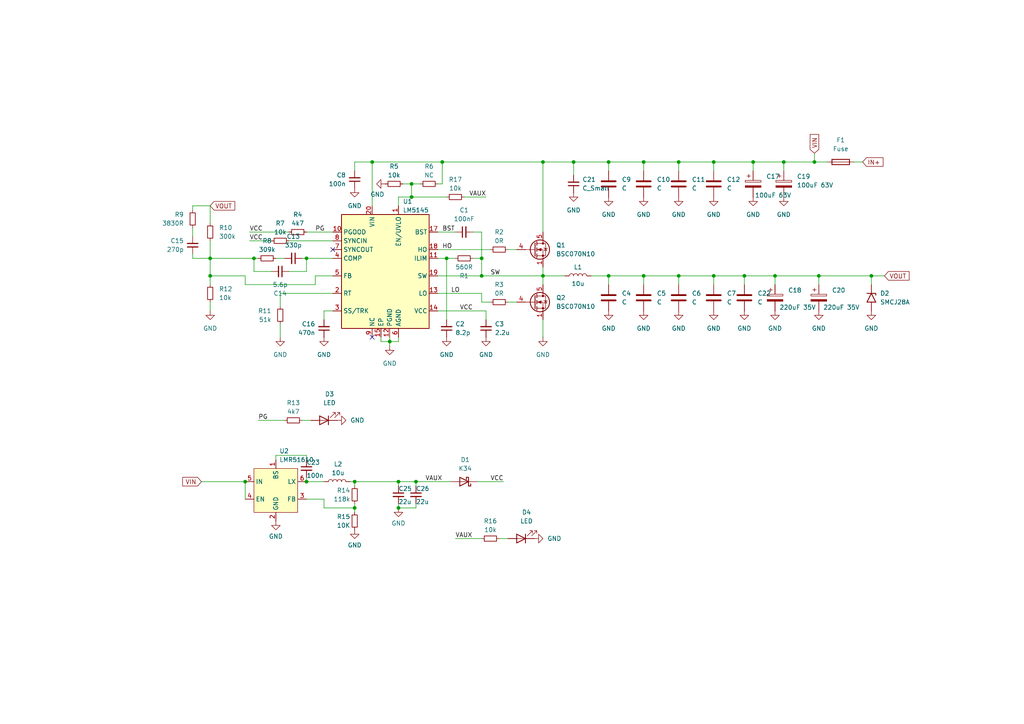
<source format=kicad_sch>
(kicad_sch (version 20231120) (generator "eeschema") (generator_version "8.0")
  (paper "A4")
  (lib_symbols
    (symbol "0_RM2024:RY8411"
      (property "Reference" "U" (at 0 1.27 0))
      (property "Value" "RY8411" (at 0 -1.27 0))
      (symbol "RY8411_0_1"
        (rectangle (start -6.35 6.35) (end 6.35 -6.35) (fill (type background)))
      )
      (symbol "RY8411_1_1"
        (pin input line (at 0 8.89 270) (length 2.54) (name "BS") (number "1"))
        (pin input line (at 0 -8.89 90) (length 2.54) (name "GND") (number "2"))
        (pin input line (at 8.89 -2.54 180) (length 2.54) (name "FB") (number "3"))
        (pin input line (at -8.89 -2.54 0) (length 2.54) (name "EN") (number "4"))
        (pin input line (at -8.89 2.54 0) (length 2.54) (name "IN") (number "5"))
        (pin input line (at 8.89 2.54 180) (length 2.54) (name "LX") (number "6"))
      )
    )
    (symbol "Device:C" (pin_numbers hide) (pin_names (offset 0.254))
      (property "Reference" "C" (at 0.635 2.54 0))
      (property "Value" "C" (at 0.635 -2.54 0))
      (symbol "C_0_1"
        (polyline (pts (xy -2.032 -0.762) (xy 2.032 -0.762)) (stroke (width 0.508)))
        (polyline (pts (xy -2.032 0.762) (xy 2.032 0.762)) (stroke (width 0.508)))
      )
      (symbol "C_1_1"
        (pin passive line (at 0 3.81 270) (length 2.794) (name "~") (number "1"))
        (pin passive line (at 0 -3.81 90) (length 2.794) (name "~") (number "2"))
      )
    )
    (symbol "Device:C_Polarized" (pin_numbers hide) (pin_names (offset 0.254))
      (property "Reference" "C" (at 0.635 2.54 0))
      (property "Value" "C_Polarized" (at 0.635 -2.54 0))
      (symbol "C_Polarized_0_1"
        (rectangle (start -2.286 0.508) (end 2.286 1.016))
        (polyline (pts (xy -1.778 2.286) (xy -0.762 2.286)))
        (polyline (pts (xy -1.27 2.794) (xy -1.27 1.778)))
        (rectangle (start 2.286 -0.508) (end -2.286 -1.016) (fill (type outline)))
      )
      (symbol "C_Polarized_1_1"
        (pin passive line (at 0 3.81 270) (length 2.794) (name "~") (number "1"))
        (pin passive line (at 0 -3.81 90) (length 2.794) (name "~") (number "2"))
      )
    )
    (symbol "Device:C_Small" (pin_numbers hide) (pin_names (offset 0.254) hide)
      (property "Reference" "C" (at 0.254 1.778 0))
      (property "Value" "C_Small" (at 0.254 -2.032 0))
      (symbol "C_Small_0_1"
        (polyline (pts (xy -1.524 -0.508) (xy 1.524 -0.508)) (stroke (width 0.3302)))
        (polyline (pts (xy -1.524 0.508) (xy 1.524 0.508)) (stroke (width 0.3048)))
      )
      (symbol "C_Small_1_1"
        (pin passive line (at 0 2.54 270) (length 2.032) (name "~") (number "1"))
        (pin passive line (at 0 -2.54 90) (length 2.032) (name "~") (number "2"))
      )
    )
    (symbol "Device:D_Schottky" (pin_numbers hide) (pin_names (offset 1.016) hide)
      (property "Reference" "D" (at 0 2.54 0))
      (property "Value" "D_Schottky" (at 0 -2.54 0))
      (symbol "D_Schottky_0_1"
        (polyline (pts (xy 1.27 0) (xy -1.27 0)))
        (polyline (pts (xy 1.27 1.27) (xy 1.27 -1.27) (xy -1.27 0) (xy 1.27 1.27)) (stroke (width 0.254)))
        (polyline (pts (xy -1.905 0.635) (xy -1.905 1.27) (xy -1.27 1.27) (xy -1.27 -1.27) (xy -0.635 -1.27) (xy -0.635 -0.635)) (stroke (width 0.254)))
      )
      (symbol "D_Schottky_1_1"
        (pin passive line (at -3.81 0 0) (length 2.54) (name "K") (number "1"))
        (pin passive line (at 3.81 0 180) (length 2.54) (name "A") (number "2"))
      )
    )
    (symbol "Device:Fuse" (pin_numbers hide) (pin_names (offset 0))
      (property "Reference" "F" (at 2.032 0 90))
      (property "Value" "Fuse" (at -1.905 0 90))
      (symbol "Fuse_0_1"
        (rectangle (start -0.762 -2.54) (end 0.762 2.54) (stroke (width 0.254)))
        (polyline (pts (xy 0 2.54) (xy 0 -2.54)))
      )
      (symbol "Fuse_1_1"
        (pin passive line (at 0 3.81 270) (length 1.27) (name "~") (number "1"))
        (pin passive line (at 0 -3.81 90) (length 1.27) (name "~") (number "2"))
      )
    )
    (symbol "Device:L" (pin_numbers hide) (pin_names (offset 1.016) hide)
      (property "Reference" "L" (at -1.27 0 90))
      (property "Value" "L" (at 1.905 0 90))
      (symbol "L_0_1"
        (arc (start 0 -2.54) (mid 0.6323 -1.905) (end 0 -1.27))
        (arc (start 0 -1.27) (mid 0.6323 -0.635) (end 0 0))
        (arc (start 0 0) (mid 0.6323 0.635) (end 0 1.27))
        (arc (start 0 1.27) (mid 0.6323 1.905) (end 0 2.54))
      )
      (symbol "L_1_1"
        (pin passive line (at 0 3.81 270) (length 1.27) (name "1") (number "1"))
        (pin passive line (at 0 -3.81 90) (length 1.27) (name "2") (number "2"))
      )
    )
    (symbol "Device:LED" (pin_numbers hide) (pin_names (offset 1.016) hide)
      (property "Reference" "D" (at 0 2.54 0))
      (property "Value" "LED" (at 0 -2.54 0))
      (symbol "LED_0_1"
        (polyline (pts (xy -1.27 -1.27) (xy -1.27 1.27)) (stroke (width 0.254)))
        (polyline (pts (xy -1.27 0) (xy 1.27 0)))
        (polyline (pts (xy 1.27 -1.27) (xy 1.27 1.27) (xy -1.27 0) (xy 1.27 -1.27)) (stroke (width 0.254)))
        (polyline (pts (xy -3.048 -0.762) (xy -4.572 -2.286) (xy -3.81 -2.286) (xy -4.572 -2.286) (xy -4.572 -1.524)))
        (polyline (pts (xy -1.778 -0.762) (xy -3.302 -2.286) (xy -2.54 -2.286) (xy -3.302 -2.286) (xy -3.302 -1.524)))
      )
      (symbol "LED_1_1"
        (pin passive line (at -3.81 0 0) (length 2.54) (name "K") (number "1"))
        (pin passive line (at 3.81 0 180) (length 2.54) (name "A") (number "2"))
      )
    )
    (symbol "Device:R_Small" (pin_numbers hide) (pin_names (offset 0.254) hide)
      (property "Reference" "R" (at 0.762 0.508 0))
      (property "Value" "R_Small" (at 0.762 -1.016 0))
      (symbol "R_Small_0_1"
        (rectangle (start -0.762 1.778) (end 0.762 -1.778) (stroke (width 0.2032)))
      )
      (symbol "R_Small_1_1"
        (pin passive line (at 0 2.54 270) (length 0.762) (name "~") (number "1"))
        (pin passive line (at 0 -2.54 90) (length 0.762) (name "~") (number "2"))
      )
    )
    (symbol "Diode:1.5SMCxxA" (pin_numbers hide) (pin_names (offset 1.016) hide)
      (property "Reference" "D" (at 0 2.54 0))
      (property "Value" "1.5SMCxxA" (at 0 -2.54 0))
      (symbol "1.5SMCxxA_0_1"
        (polyline (pts (xy -0.762 1.27) (xy -1.27 1.27) (xy -1.27 -1.27)) (stroke (width 0.254)))
        (polyline (pts (xy 1.27 1.27) (xy 1.27 -1.27) (xy -1.27 0) (xy 1.27 1.27)) (stroke (width 0.254)))
      )
      (symbol "1.5SMCxxA_1_1"
        (pin passive line (at -3.81 0 0) (length 2.54) (name "A1") (number "1"))
        (pin passive line (at 3.81 0 180) (length 2.54) (name "A2") (number "2"))
      )
    )
    (symbol "RM25:LM5145"
      (property "Reference" "U" (at 11.43 22.86 0))
      (property "Value" "LM5145" (at 13.97 -20.32 0))
      (symbol "LM5145_0_0"
        (pin unspecified line (at 3.81 19.05 270) (length 2.54) (name "EN/UVLO") (number "1"))
        (pin unspecified line (at -15.24 11.43 0) (length 2.54) (name "PGOOD") (number "10"))
        (pin unspecified line (at 15.24 3.81 180) (length 2.54) (name "ILIM") (number "11"))
        (pin unspecified line (at 1.27 -19.05 90) (length 2.54) (name "PGND") (number "12"))
        (pin unspecified line (at 15.24 -6.35 180) (length 2.54) (name "LO") (number "13"))
        (pin unspecified line (at 15.24 -11.43 180) (length 2.54) (name "VCC") (number "14"))
        (pin unspecified line (at -1.27 -19.05 90) (length 2.54) (name "EP") (number "15"))
        (pin unspecified line (at 15.24 11.43 180) (length 2.54) (name "BST") (number "17"))
        (pin unspecified line (at 15.24 6.35 180) (length 2.54) (name "HO") (number "18"))
        (pin unspecified line (at 15.24 -1.27 180) (length 2.54) (name "SW") (number "19"))
        (pin unspecified line (at -15.24 -6.35 0) (length 2.54) (name "RT") (number "2"))
        (pin unspecified line (at -3.81 19.05 270) (length 2.54) (name "VIN") (number "20"))
        (pin unspecified line (at -15.24 -11.43 0) (length 2.54) (name "SS/TRK") (number "3"))
        (pin unspecified line (at -15.24 3.81 0) (length 2.54) (name "COMP") (number "4"))
        (pin unspecified line (at -15.24 -1.27 0) (length 2.54) (name "FB") (number "5"))
        (pin unspecified line (at 3.81 -19.05 90) (length 2.54) (name "AGND") (number "6"))
        (pin unspecified line (at -15.24 6.35 0) (length 2.54) (name "SYNCOUT") (number "7"))
        (pin unspecified line (at -15.24 8.89 0) (length 2.54) (name "SYNCIN") (number "8"))
        (pin unspecified line (at -3.81 -19.05 90) (length 2.54) (name "NC") (number "9"))
      )
      (symbol "LM5145_1_0"
        (pin unspecified line (at -3.81 -19.05 90) (length 2.54) hide (name "NC") (number "16"))
        (pin unspecified line (at -1.27 -19.05 90) (length 2.54) hide (name "EP") (number "21"))
      )
      (symbol "LM5145_1_1"
        (rectangle (start -12.7 16.51) (end 12.7 -16.51) (stroke (width 0.25)) (fill (type background)))
      )
    )
    (symbol "Transistor_FET:BSC070N10NS3G" (pin_names hide)
      (property "Reference" "Q" (at 5.08 1.905 0))
      (property "Value" "BSC070N10NS3G" (at 5.08 0 0))
      (symbol "BSC070N10NS3G_0_1"
        (polyline (pts (xy 0.254 0) (xy -2.54 0)))
        (polyline (pts (xy 0.254 1.905) (xy 0.254 -1.905)) (stroke (width 0.254)))
        (polyline (pts (xy 0.762 -1.27) (xy 0.762 -2.286)) (stroke (width 0.254)))
        (polyline (pts (xy 0.762 0.508) (xy 0.762 -0.508)) (stroke (width 0.254)))
        (polyline (pts (xy 0.762 2.286) (xy 0.762 1.27)) (stroke (width 0.254)))
        (polyline (pts (xy 2.54 2.54) (xy 2.54 1.778)))
        (polyline (pts (xy 2.54 -2.54) (xy 2.54 0) (xy 0.762 0)))
        (polyline (pts (xy 0.762 -1.778) (xy 3.302 -1.778) (xy 3.302 1.778) (xy 0.762 1.778)))
        (polyline (pts (xy 1.016 0) (xy 2.032 0.381) (xy 2.032 -0.381) (xy 1.016 0)) (fill (type outline)))
        (polyline (pts (xy 2.794 0.508) (xy 2.921 0.381) (xy 3.683 0.381) (xy 3.81 0.254)))
        (polyline (pts (xy 3.302 0.381) (xy 2.921 -0.254) (xy 3.683 -0.254) (xy 3.302 0.381)))
        (circle (center 1.651 0) (radius 2.794) (stroke (width 0.254)))
        (circle (center 2.54 -1.778) (radius 0.254) (fill (type outline)))
        (circle (center 2.54 1.778) (radius 0.254) (fill (type outline)))
      )
      (symbol "BSC070N10NS3G_1_1"
        (pin passive line (at 2.54 -5.08 90) (length 2.54) (name "S") (number "1"))
        (pin passive line (at 2.54 -5.08 90) (length 2.54) hide (name "S") (number "2"))
        (pin passive line (at 2.54 -5.08 90) (length 2.54) hide (name "S") (number "3"))
        (pin passive line (at -5.08 0 0) (length 2.54) (name "G") (number "4"))
        (pin passive line (at 2.54 5.08 270) (length 2.54) (name "D") (number "5"))
      )
    )
    (symbol "power:GND" (power) (pin_numbers hide) (pin_names (offset 0) hide)
      (property "Value" "GND" (at 0 -3.81 0))
      (symbol "GND_0_1"
        (polyline (pts (xy 0 0) (xy 0 -1.27) (xy 1.27 -1.27) (xy 0 -2.54) (xy -1.27 -1.27) (xy 0 -1.27)))
      )
      (symbol "GND_1_1"
        (pin power_in line (at 0 0 270) (length 0) (name "~") (number "1"))
      )
    )
  )
  (junction (at 176.53 46.99))
  (junction (at 196.85 46.99))
  (junction (at 157.48 80.01))
  (junction (at 252.73 80.01))
  (junction (at 115.57 147.32))
  (junction (at 186.69 46.99))
  (junction (at 236.22 46.99))
  (junction (at 113.03 99.06))
  (junction (at 139.7 80.01))
  (junction (at 227.33 46.99))
  (junction (at 237.49 80.01))
  (junction (at 218.44 46.99))
  (junction (at 71.12 139.7))
  (junction (at 102.87 147.32))
  (junction (at 215.9 80.01))
  (junction (at 176.53 80.01))
  (junction (at 102.87 139.7))
  (junction (at 115.57 139.7))
  (junction (at 73.66 74.93))
  (junction (at 128.27 46.99))
  (junction (at 139.7 74.93))
  (junction (at 107.95 46.99))
  (junction (at 157.48 46.99))
  (junction (at 207.01 46.99))
  (junction (at 119.38 57.15))
  (junction (at 120.65 139.7))
  (junction (at 119.38 53.34))
  (junction (at 129.54 74.93))
  (junction (at 166.37 46.99))
  (junction (at 88.9 74.93))
  (junction (at 186.69 80.01))
  (junction (at 207.01 80.01))
  (junction (at 196.85 80.01))
  (junction (at 88.9 139.7))
  (junction (at 60.96 74.93))
  (junction (at 60.96 80.01))
  (junction (at 224.79 80.01))
  (no_connect (at 96.52 72.39))
  (no_connect (at 107.95 97.79))
  (wire (pts (xy 140.97 57.15) (xy 134.62 57.15)))
  (wire (pts (xy 120.65 146.05) (xy 120.65 147.32)))
  (wire (pts (xy 157.48 67.31) (xy 157.48 46.99)))
  (wire (pts (xy 196.85 46.99) (xy 196.85 49.53)))
  (wire (pts (xy 207.01 80.01) (xy 207.01 82.55)))
  (wire (pts (xy 115.57 57.15) (xy 119.38 57.15)))
  (wire (pts (xy 110.49 97.79) (xy 110.49 99.06)))
  (wire (pts (xy 113.03 99.06) (xy 113.03 97.79)))
  (wire (pts (xy 81.28 93.98) (xy 81.28 97.79)))
  (wire (pts (xy 157.48 92.71) (xy 157.48 97.79)))
  (wire (pts (xy 78.74 78.74) (xy 73.66 78.74)))
  (wire (pts (xy 93.98 92.71) (xy 93.98 90.17)))
  (wire (pts (xy 55.88 74.93) (xy 60.96 74.93)))
  (wire (pts (xy 127 53.34) (xy 128.27 53.34)))
  (wire (pts (xy 115.57 97.79) (xy 115.57 99.06)))
  (wire (pts (xy 88.9 78.74) (xy 88.9 74.93)))
  (wire (pts (xy 139.7 80.01) (xy 157.48 80.01)))
  (wire (pts (xy 88.9 144.78) (xy 93.98 144.78)))
  (wire (pts (xy 71.12 80.01) (xy 60.96 80.01)))
  (wire (pts (xy 87.63 121.92) (xy 90.17 121.92)))
  (wire (pts (xy 127 80.01) (xy 139.7 80.01)))
  (wire (pts (xy 157.48 80.01) (xy 163.83 80.01)))
  (wire (pts (xy 102.87 139.7) (xy 115.57 139.7)))
  (wire (pts (xy 88.9 139.7) (xy 93.98 139.7)))
  (wire (pts (xy 144.78 156.21) (xy 147.32 156.21)))
  (wire (pts (xy 72.39 69.85) (xy 78.74 69.85)))
  (wire (pts (xy 207.01 46.99) (xy 218.44 46.99)))
  (wire (pts (xy 176.53 80.01) (xy 186.69 80.01)))
  (wire (pts (xy 224.79 80.01) (xy 224.79 82.55)))
  (wire (pts (xy 140.97 90.17) (xy 140.97 92.71)))
  (wire (pts (xy 81.28 85.09) (xy 81.28 88.9)))
  (wire (pts (xy 236.22 46.99) (xy 240.03 46.99)))
  (wire (pts (xy 55.88 59.69) (xy 60.96 59.69)))
  (wire (pts (xy 157.48 77.47) (xy 157.48 80.01)))
  (wire (pts (xy 113.03 99.06) (xy 115.57 99.06)))
  (wire (pts (xy 127 74.93) (xy 129.54 74.93)))
  (wire (pts (xy 127 72.39) (xy 142.24 72.39)))
  (wire (pts (xy 93.98 144.78) (xy 93.98 147.32)))
  (wire (pts (xy 55.88 73.66) (xy 55.88 74.93)))
  (wire (pts (xy 128.27 53.34) (xy 128.27 46.99)))
  (wire (pts (xy 196.85 80.01) (xy 196.85 82.55)))
  (wire (pts (xy 119.38 53.34) (xy 121.92 53.34)))
  (wire (pts (xy 186.69 46.99) (xy 186.69 49.53)))
  (wire (pts (xy 80.01 133.35) (xy 80.01 132.08)))
  (wire (pts (xy 236.22 44.45) (xy 236.22 46.99)))
  (wire (pts (xy 71.12 82.55) (xy 91.44 82.55)))
  (wire (pts (xy 113.03 100.33) (xy 113.03 99.06)))
  (wire (pts (xy 88.9 74.93) (xy 96.52 74.93)))
  (wire (pts (xy 176.53 46.99) (xy 176.53 49.53)))
  (wire (pts (xy 247.65 46.99) (xy 250.19 46.99)))
  (wire (pts (xy 60.96 80.01) (xy 60.96 82.55)))
  (wire (pts (xy 218.44 46.99) (xy 218.44 49.53)))
  (wire (pts (xy 71.12 139.7) (xy 71.12 144.78)))
  (wire (pts (xy 119.38 57.15) (xy 119.38 53.34)))
  (wire (pts (xy 83.82 69.85) (xy 96.52 69.85)))
  (wire (pts (xy 138.43 139.7) (xy 146.05 139.7)))
  (wire (pts (xy 147.32 72.39) (xy 149.86 72.39)))
  (wire (pts (xy 55.88 60.96) (xy 55.88 59.69)))
  (wire (pts (xy 119.38 57.15) (xy 129.54 57.15)))
  (wire (pts (xy 129.54 74.93) (xy 129.54 92.71)))
  (wire (pts (xy 132.08 156.21) (xy 139.7 156.21)))
  (wire (pts (xy 93.98 90.17) (xy 96.52 90.17)))
  (wire (pts (xy 93.98 147.32) (xy 102.87 147.32)))
  (wire (pts (xy 139.7 67.31) (xy 139.7 74.93)))
  (wire (pts (xy 166.37 46.99) (xy 176.53 46.99)))
  (wire (pts (xy 120.65 140.97) (xy 120.65 139.7)))
  (wire (pts (xy 115.57 146.05) (xy 115.57 147.32)))
  (wire (pts (xy 102.87 140.97) (xy 102.87 139.7)))
  (wire (pts (xy 139.7 74.93) (xy 139.7 80.01)))
  (wire (pts (xy 60.96 74.93) (xy 60.96 80.01)))
  (wire (pts (xy 127 85.09) (xy 139.7 85.09)))
  (wire (pts (xy 73.66 74.93) (xy 74.93 74.93)))
  (wire (pts (xy 176.53 80.01) (xy 176.53 82.55)))
  (wire (pts (xy 110.49 99.06) (xy 113.03 99.06)))
  (wire (pts (xy 107.95 46.99) (xy 128.27 46.99)))
  (wire (pts (xy 224.79 80.01) (xy 237.49 80.01)))
  (wire (pts (xy 186.69 80.01) (xy 186.69 82.55)))
  (wire (pts (xy 102.87 148.59) (xy 102.87 147.32)))
  (wire (pts (xy 157.48 46.99) (xy 166.37 46.99)))
  (wire (pts (xy 196.85 46.99) (xy 207.01 46.99)))
  (wire (pts (xy 252.73 80.01) (xy 256.54 80.01)))
  (wire (pts (xy 252.73 80.01) (xy 252.73 82.55)))
  (wire (pts (xy 207.01 46.99) (xy 207.01 49.53)))
  (wire (pts (xy 218.44 46.99) (xy 227.33 46.99)))
  (wire (pts (xy 137.16 74.93) (xy 139.7 74.93)))
  (wire (pts (xy 71.12 82.55) (xy 71.12 80.01)))
  (wire (pts (xy 176.53 46.99) (xy 186.69 46.99)))
  (wire (pts (xy 91.44 80.01) (xy 91.44 82.55)))
  (wire (pts (xy 102.87 46.99) (xy 102.87 49.53)))
  (wire (pts (xy 60.96 87.63) (xy 60.96 90.17)))
  (wire (pts (xy 227.33 46.99) (xy 236.22 46.99)))
  (wire (pts (xy 60.96 69.85) (xy 60.96 74.93)))
  (wire (pts (xy 83.82 78.74) (xy 88.9 78.74)))
  (wire (pts (xy 80.01 132.08) (xy 88.9 132.08)))
  (wire (pts (xy 207.01 80.01) (xy 215.9 80.01)))
  (wire (pts (xy 157.48 80.01) (xy 157.48 82.55)))
  (wire (pts (xy 215.9 80.01) (xy 224.79 80.01)))
  (wire (pts (xy 186.69 80.01) (xy 196.85 80.01)))
  (wire (pts (xy 88.9 138.43) (xy 88.9 139.7)))
  (wire (pts (xy 102.87 147.32) (xy 102.87 146.05)))
  (wire (pts (xy 128.27 46.99) (xy 157.48 46.99)))
  (wire (pts (xy 73.66 78.74) (xy 73.66 74.93)))
  (wire (pts (xy 115.57 147.32) (xy 120.65 147.32)))
  (wire (pts (xy 96.52 85.09) (xy 81.28 85.09)))
  (wire (pts (xy 139.7 85.09) (xy 139.7 87.63)))
  (wire (pts (xy 88.9 67.31) (xy 96.52 67.31)))
  (wire (pts (xy 227.33 46.99) (xy 227.33 49.53)))
  (wire (pts (xy 58.42 139.7) (xy 71.12 139.7)))
  (wire (pts (xy 147.32 87.63) (xy 149.86 87.63)))
  (wire (pts (xy 127 90.17) (xy 140.97 90.17)))
  (wire (pts (xy 96.52 80.01) (xy 91.44 80.01)))
  (wire (pts (xy 60.96 59.69) (xy 60.96 64.77)))
  (wire (pts (xy 115.57 57.15) (xy 115.57 59.69)))
  (wire (pts (xy 80.01 74.93) (xy 82.55 74.93)))
  (wire (pts (xy 215.9 80.01) (xy 215.9 82.55)))
  (wire (pts (xy 120.65 139.7) (xy 130.81 139.7)))
  (wire (pts (xy 87.63 74.93) (xy 88.9 74.93)))
  (wire (pts (xy 60.96 74.93) (xy 73.66 74.93)))
  (wire (pts (xy 115.57 139.7) (xy 120.65 139.7)))
  (wire (pts (xy 116.84 53.34) (xy 119.38 53.34)))
  (wire (pts (xy 102.87 46.99) (xy 107.95 46.99)))
  (wire (pts (xy 166.37 46.99) (xy 166.37 50.8)))
  (wire (pts (xy 72.39 67.31) (xy 83.82 67.31)))
  (wire (pts (xy 55.88 66.04) (xy 55.88 68.58)))
  (wire (pts (xy 137.16 67.31) (xy 139.7 67.31)))
  (wire (pts (xy 88.9 132.08) (xy 88.9 133.35)))
  (wire (pts (xy 115.57 140.97) (xy 115.57 139.7)))
  (wire (pts (xy 237.49 80.01) (xy 252.73 80.01)))
  (wire (pts (xy 171.45 80.01) (xy 176.53 80.01)))
  (wire (pts (xy 186.69 46.99) (xy 196.85 46.99)))
  (wire (pts (xy 74.93 121.92) (xy 82.55 121.92)))
  (wire (pts (xy 196.85 80.01) (xy 207.01 80.01)))
  (wire (pts (xy 139.7 87.63) (xy 142.24 87.63)))
  (wire (pts (xy 107.95 46.99) (xy 107.95 59.69)))
  (wire (pts (xy 129.54 74.93) (xy 132.08 74.93)))
  (wire (pts (xy 127 67.31) (xy 132.08 67.31)))
  (wire (pts (xy 101.6 139.7) (xy 102.87 139.7)))
  (wire (pts (xy 237.49 80.01) (xy 237.49 82.55)))
  (label "VCC" (at 72.39 67.31 0))
  (label "VCC" (at 137.16 90.17 180))
  (label "VCC" (at 146.05 139.7 180))
  (label "PG" (at 74.93 121.92 0))
  (label "VCC" (at 72.39 69.85 0))
  (label "SW" (at 142.24 80.01 0))
  (label "HO" (at 128.27 72.39 0))
  (label "VAUX" (at 132.08 156.21 0))
  (label "PG" (at 91.44 67.31 0))
  (label "VAUX" (at 128.27 139.7 180))
  (label "VAUX" (at 140.97 57.15 180))
  (label "BST" (at 128.27 67.31 0))
  (label "LO" (at 130.81 85.09 0))
  (global_label "VIN" (shape input) (at 236.22 44.45 90) (property "Intersheetrefs" "${INTERSHEET_REFS}" (effects (hide yes))))
  (global_label "VOUT" (shape input) (at 60.96 59.69 0) (property "Intersheetrefs" "${INTERSHEET_REFS}" (effects (hide yes))))
  (global_label "VOUT" (shape input) (at 256.54 80.01 0) (property "Intersheetrefs" "${INTERSHEET_REFS}" (effects (hide yes))))
  (global_label "IN+" (shape input) (at 250.19 46.99 0) (property "Intersheetrefs" "${INTERSHEET_REFS}" (effects (hide yes))))
  (global_label "VIN" (shape input) (at 58.42 139.7 180) (property "Intersheetrefs" "${INTERSHEET_REFS}" (effects (hide yes))))
  (symbol (lib_id "Device:C_Small") (at 129.54 95.25 180) (unit 1)
    (property "Reference" "C2" (at 132.08 93.9735 0) (effects (justify right)))
    (property "Value" "8.2p" (at 132.08 96.5135 0) (effects (justify right)))
    (property "Footprint" "Capacitor_SMD:C_0603_1608Metric" (effects (hide yes)))
    (property "Description" "Unpolarized capacitor, small symbol" (effects (hide yes)))
  )
  (symbol (lib_id "power:GND") (at 252.73 90.17 0) (unit 1)
    (property "Reference" "#PWR022" (effects (hide yes)))
    (property "Value" "GND" (at 252.73 95.25 0))
    (property "Description" "Power symbol creates a global label with name \"GND\" , ground" (effects (hide yes)))
  )
  (symbol (lib_id "power:GND") (at 80.01 151.13 0) (unit 1)
    (property "Reference" "#PWR027" (effects (hide yes)))
    (property "Value" "GND" (at 80.01 155.575 0))
  )
  (symbol (lib_id "Device:R_Small") (at 124.46 53.34 90) (unit 1)
    (property "Reference" "R6" (at 124.46 48.26 90))
    (property "Value" "NC" (at 124.46 50.8 90))
    (property "Footprint" "Resistor_SMD:R_0603_1608Metric" (effects (hide yes)))
    (property "Description" "Resistor, small symbol" (effects (hide yes)))
  )
  (symbol (lib_id "power:GND") (at 111.76 53.34 270) (unit 1)
    (property "Reference" "#PWR09" (effects (hide yes)))
    (property "Value" "GND" (at 111.506 56.388 90) (effects (justify right)))
    (property "Description" "Power symbol creates a global label with name \"GND\" , ground" (effects (hide yes)))
  )
  (symbol (lib_id "Device:R_Small") (at 144.78 87.63 90) (unit 1)
    (property "Reference" "R3" (at 144.78 82.55 90))
    (property "Value" "0R" (at 144.78 85.09 90))
    (property "Footprint" "Resistor_SMD:R_0603_1608Metric" (effects (hide yes)))
    (property "Description" "Resistor, small symbol" (effects (hide yes)))
  )
  (symbol (lib_id "Device:R_Small") (at 86.36 67.31 90) (unit 1)
    (property "Reference" "R4" (at 86.36 62.23 90))
    (property "Value" "4k7" (at 86.36 64.77 90))
    (property "Footprint" "Resistor_SMD:R_0603_1608Metric" (effects (hide yes)))
    (property "Description" "Resistor, small symbol" (effects (hide yes)))
  )
  (symbol (lib_id "Device:LED") (at 93.98 121.92 180) (unit 1)
    (property "Reference" "D3" (at 95.5675 114.3 0))
    (property "Value" "LED" (at 95.5675 116.84 0))
    (property "Footprint" "LED_SMD:LED_0603_1608Metric" (effects (hide yes)))
    (property "Description" "Light emitting diode" (effects (hide yes)))
  )
  (symbol (lib_id "Device:C_Small") (at 93.98 95.25 0) (mirror x) (unit 1)
    (property "Reference" "C16" (at 91.44 93.9735 0) (effects (justify right)))
    (property "Value" "470n" (at 91.44 96.5135 0) (effects (justify right)))
    (property "Footprint" "Capacitor_SMD:C_0603_1608Metric" (effects (hide yes)))
    (property "Description" "Unpolarized capacitor, small symbol" (effects (hide yes)))
  )
  (symbol (lib_id "0_RM2024:RY8411") (at 80.01 142.24 0) (unit 1)
    (property "Reference" "U2" (at 81.026 130.81 0) (effects (justify left)))
    (property "Value" "LMR51610" (at 81.026 133.35 0) (effects (justify left)))
    (property "Footprint" "Package_TO_SOT_SMD:SOT-23-6" (effects (hide yes)))
    (property "Datasheet" "https://datasheet.lcsc.com/lcsc/2201121700_RYCHIP-Semiconductor-Inc--RY8411_C2935411.pdf" (effects (hide yes)))
  )
  (symbol (lib_id "Device:R_Small") (at 81.28 91.44 0) (unit 1)
    (property "Reference" "R11" (at 78.74 90.1699 0) (effects (justify right)))
    (property "Value" "51k" (at 78.74 92.7099 0) (effects (justify right)))
    (property "Footprint" "Resistor_SMD:R_0603_1608Metric" (effects (hide yes)))
    (property "Description" "Resistor, small symbol" (effects (hide yes)))
  )
  (symbol (lib_id "power:GND") (at 186.69 90.17 0) (unit 1)
    (property "Reference" "#PWR05" (effects (hide yes)))
    (property "Value" "GND" (at 186.69 95.25 0))
    (property "Description" "Power symbol creates a global label with name \"GND\" , ground" (effects (hide yes)))
  )
  (symbol (lib_id "Device:Fuse") (at 243.84 46.99 90) (unit 1)
    (property "Reference" "F1" (at 243.84 40.64 90))
    (property "Value" "Fuse" (at 243.84 43.18 90))
    (property "Footprint" "Fuse:Fuse_Littelfuse-NANO2-451_453" (effects (hide yes)))
    (property "Description" "Fuse" (effects (hide yes)))
  )
  (symbol (lib_id "power:GND") (at 113.03 100.33 0) (unit 1)
    (property "Reference" "#PWR015" (effects (hide yes)))
    (property "Value" "GND" (at 113.03 105.41 0))
    (property "Description" "Power symbol creates a global label with name \"GND\" , ground" (effects (hide yes)))
  )
  (symbol (lib_id "Device:C_Small") (at 134.62 67.31 90) (unit 1)
    (property "Reference" "C1" (at 134.6263 60.96 90))
    (property "Value" "100nF" (at 134.6263 63.5 90))
    (property "Footprint" "Capacitor_SMD:C_0603_1608Metric" (effects (hide yes)))
    (property "Description" "Unpolarized capacitor, small symbol" (effects (hide yes)))
  )
  (symbol (lib_id "Device:C_Polarized") (at 227.33 53.34 0) (unit 1)
    (property "Reference" "C19" (at 231.14 51.1809 0) (effects (justify left)))
    (property "Value" "100uF 63V" (at 231.14 53.7209 0) (effects (justify left)))
    (property "Footprint" "Capacitor_THT:CP_Radial_D8.0mm_P3.50mm" (effects (hide yes)))
    (property "Description" "Polarized capacitor" (effects (hide yes)))
  )
  (symbol (lib_id "Device:R_Small") (at 114.3 53.34 90) (unit 1)
    (property "Reference" "R5" (at 114.3 48.26 90))
    (property "Value" "10k" (at 114.3 50.8 90))
    (property "Footprint" "Resistor_SMD:R_0603_1608Metric" (effects (hide yes)))
    (property "Description" "Resistor, small symbol" (effects (hide yes)))
  )
  (symbol (lib_id "Device:C_Small") (at 115.57 143.51 0) (unit 1)
    (property "Reference" "C25" (at 115.57 141.732 0) (effects (justify left)))
    (property "Value" "22u" (at 115.57 145.542 0) (effects (justify left)))
    (property "Footprint" "Capacitor_SMD:C_0805_2012Metric" (effects (hide yes)))
  )
  (symbol (lib_id "power:GND") (at 176.53 90.17 0) (unit 1)
    (property "Reference" "#PWR04" (effects (hide yes)))
    (property "Value" "GND" (at 176.53 95.25 0))
    (property "Description" "Power symbol creates a global label with name \"GND\" , ground" (effects (hide yes)))
  )
  (symbol (lib_id "Device:R_Small") (at 144.78 72.39 90) (unit 1)
    (property "Reference" "R2" (at 144.78 67.31 90))
    (property "Value" "0R" (at 144.78 69.85 90))
    (property "Footprint" "Resistor_SMD:R_0603_1608Metric" (effects (hide yes)))
    (property "Description" "Resistor, small symbol" (effects (hide yes)))
  )
  (symbol (lib_id "Device:R_Small") (at 81.28 69.85 90) (unit 1)
    (property "Reference" "R7" (at 81.28 64.77 90))
    (property "Value" "10k" (at 81.28 67.31 90))
    (property "Footprint" "Resistor_SMD:R_0603_1608Metric" (effects (hide yes)))
    (property "Description" "Resistor, small symbol" (effects (hide yes)))
  )
  (symbol (lib_id "Device:C_Small") (at 120.65 143.51 0) (unit 1)
    (property "Reference" "C26" (at 120.65 141.732 0) (effects (justify left)))
    (property "Value" "22u" (at 120.65 145.542 0) (effects (justify left)))
    (property "Footprint" "Capacitor_SMD:C_0805_2012Metric" (effects (hide yes)))
  )
  (symbol (lib_id "power:GND") (at 186.69 57.15 0) (unit 1)
    (property "Reference" "#PWR011" (effects (hide yes)))
    (property "Value" "GND" (at 186.69 62.23 0))
    (property "Description" "Power symbol creates a global label with name \"GND\" , ground" (effects (hide yes)))
  )
  (symbol (lib_id "power:GND") (at 207.01 57.15 0) (unit 1)
    (property "Reference" "#PWR013" (effects (hide yes)))
    (property "Value" "GND" (at 207.01 62.23 0))
    (property "Description" "Power symbol creates a global label with name \"GND\" , ground" (effects (hide yes)))
  )
  (symbol (lib_id "power:GND") (at 129.54 97.79 0) (unit 1)
    (property "Reference" "#PWR01" (effects (hide yes)))
    (property "Value" "GND" (at 129.54 102.87 0))
    (property "Description" "Power symbol creates a global label with name \"GND\" , ground" (effects (hide yes)))
  )
  (symbol (lib_id "power:GND") (at 102.87 54.61 0) (mirror y) (unit 1)
    (property "Reference" "#PWR08" (effects (hide yes)))
    (property "Value" "GND" (at 102.87 59.69 0))
    (property "Description" "Power symbol creates a global label with name \"GND\" , ground" (effects (hide yes)))
  )
  (symbol (lib_id "Device:C") (at 176.53 86.36 0) (unit 1)
    (property "Reference" "C4" (at 180.34 85.0899 0) (effects (justify left)))
    (property "Value" "C" (at 180.34 87.6299 0) (effects (justify left)))
    (property "Footprint" "Capacitor_SMD:C_1206_3216Metric" (effects (hide yes)))
    (property "Description" "Unpolarized capacitor" (effects (hide yes)))
  )
  (symbol (lib_id "Device:R_Small") (at 102.87 151.13 0) (mirror y) (unit 1)
    (property "Reference" "R15" (at 101.6 149.86 0) (effects (justify left)))
    (property "Value" "10K" (at 101.6 152.4 0) (effects (justify left)))
    (property "Footprint" "Resistor_SMD:R_0603_1608Metric" (effects (hide yes)))
  )
  (symbol (lib_id "RM25:LM5145") (at 111.76 78.74 0) (unit 1)
    (property "Reference" "U1" (at 116.84 58.42 0) (effects (justify left)))
    (property "Value" "LM5145" (at 116.84 60.96 0) (effects (justify left)))
    (property "Footprint" "Package_DFN_QFN:Texas_RGY_R-PVQFN-N20_EP2.05x3.05mm" (effects (hide yes)))
  )
  (symbol (lib_id "power:GND") (at 196.85 90.17 0) (unit 1)
    (property "Reference" "#PWR06" (effects (hide yes)))
    (property "Value" "GND" (at 196.85 95.25 0))
    (property "Description" "Power symbol creates a global label with name \"GND\" , ground" (effects (hide yes)))
  )
  (symbol (lib_id "Device:R_Small") (at 102.87 143.51 0) (mirror y) (unit 1)
    (property "Reference" "R14" (at 101.6 142.24 0) (effects (justify left)))
    (property "Value" "118k" (at 101.6 144.78 0) (effects (justify left)))
    (property "Footprint" "Resistor_SMD:R_0603_1608Metric" (effects (hide yes)))
  )
  (symbol (lib_id "Device:R_Small") (at 85.09 121.92 90) (unit 1)
    (property "Reference" "R13" (at 85.09 116.84 90))
    (property "Value" "4k7" (at 85.09 119.38 90))
    (property "Footprint" "Resistor_SMD:R_0603_1608Metric" (effects (hide yes)))
    (property "Description" "Resistor, small symbol" (effects (hide yes)))
  )
  (symbol (lib_id "Transistor_FET:BSC070N10NS3G") (at 154.94 87.63 0) (unit 1)
    (property "Reference" "Q2" (at 161.29 86.3599 0) (effects (justify left)))
    (property "Value" "BSC070N10" (at 161.29 88.8999 0) (effects (justify left)))
    (property "Footprint" "Package_TO_SOT_SMD:TDSON-8-1" (effects (hide yes)))
    (property "Datasheet" "http://www.infineon.com/dgdl/Infineon-BSC070N10NS3-DS-v02_01-en.pdf?fileId=db3a304327b89750012824712c6c6f2f" (effects (hide yes)))
    (property "Description" "90A Id, 100V Vds, OptiMOS N-Channel Power MOSFET, 7.0mOhm Ron, Qg (typ) 42.0nC, PG-TDSON-8" (effects (hide yes)))
  )
  (symbol (lib_id "power:GND") (at 93.98 97.79 0) (unit 1)
    (property "Reference" "#PWR016" (effects (hide yes)))
    (property "Value" "GND" (at 93.98 102.87 0))
    (property "Description" "Power symbol creates a global label with name \"GND\" , ground" (effects (hide yes)))
  )
  (symbol (lib_id "Device:C") (at 207.01 53.34 0) (unit 1)
    (property "Reference" "C12" (at 210.82 52.0699 0) (effects (justify left)))
    (property "Value" "C" (at 210.82 54.6099 0) (effects (justify left)))
    (property "Footprint" "Capacitor_SMD:C_1210_3225Metric" (effects (hide yes)))
    (property "Description" "Unpolarized capacitor" (effects (hide yes)))
  )
  (symbol (lib_id "power:GND") (at 97.79 121.92 90) (unit 1)
    (property "Reference" "#PWR024" (effects (hide yes)))
    (property "Value" "GND" (at 101.6 121.9199 90) (effects (justify right)))
    (property "Description" "Power symbol creates a global label with name \"GND\" , ground" (effects (hide yes)))
  )
  (symbol (lib_id "power:GND") (at 215.9 90.17 0) (unit 1)
    (property "Reference" "#PWR021" (effects (hide yes)))
    (property "Value" "GND" (at 215.9 95.25 0))
    (property "Description" "Power symbol creates a global label with name \"GND\" , ground" (effects (hide yes)))
  )
  (symbol (lib_id "Device:C_Polarized") (at 237.49 86.36 0) (unit 1)
    (property "Reference" "C20" (at 241.3 84.2009 0) (effects (justify left)))
    (property "Value" "220uF 35V" (at 238.76 89.154 0) (effects (justify left)))
    (property "Footprint" "Capacitor_THT:CP_Radial_D8.0mm_P3.50mm" (effects (hide yes)))
    (property "Description" "Polarized capacitor" (effects (hide yes)))
  )
  (symbol (lib_id "Transistor_FET:BSC070N10NS3G") (at 154.94 72.39 0) (unit 1)
    (property "Reference" "Q1" (at 161.29 71.1199 0) (effects (justify left)))
    (property "Value" "BSC070N10" (at 161.29 73.6599 0) (effects (justify left)))
    (property "Footprint" "Package_TO_SOT_SMD:TDSON-8-1" (effects (hide yes)))
    (property "Datasheet" "http://www.infineon.com/dgdl/Infineon-BSC070N10NS3-DS-v02_01-en.pdf?fileId=db3a304327b89750012824712c6c6f2f" (effects (hide yes)))
    (property "Description" "90A Id, 100V Vds, OptiMOS N-Channel Power MOSFET, 7.0mOhm Ron, Qg (typ) 42.0nC, PG-TDSON-8" (effects (hide yes)))
  )
  (symbol (lib_id "Device:C") (at 186.69 53.34 0) (unit 1)
    (property "Reference" "C10" (at 190.5 52.0699 0) (effects (justify left)))
    (property "Value" "C" (at 190.5 54.6099 0) (effects (justify left)))
    (property "Footprint" "Capacitor_SMD:C_1210_3225Metric" (effects (hide yes)))
    (property "Description" "Unpolarized capacitor" (effects (hide yes)))
  )
  (symbol (lib_id "Device:C_Polarized") (at 224.79 86.36 0) (unit 1)
    (property "Reference" "C18" (at 228.6 84.2009 0) (effects (justify left)))
    (property "Value" "220uF 35V" (at 226.06 89.154 0) (effects (justify left)))
    (property "Footprint" "Capacitor_THT:CP_Radial_D8.0mm_P3.50mm" (effects (hide yes)))
    (property "Description" "Polarized capacitor" (effects (hide yes)))
  )
  (symbol (lib_id "power:GND") (at 224.79 90.17 0) (unit 1)
    (property "Reference" "#PWR019" (effects (hide yes)))
    (property "Value" "GND" (at 224.79 95.25 0))
    (property "Description" "Power symbol creates a global label with name \"GND\" , ground" (effects (hide yes)))
  )
  (symbol (lib_id "Device:LED") (at 151.13 156.21 180) (unit 1)
    (property "Reference" "D4" (at 152.7175 148.59 0))
    (property "Value" "LED" (at 152.7175 151.13 0))
    (property "Footprint" "LED_SMD:LED_0603_1608Metric" (effects (hide yes)))
    (property "Description" "Light emitting diode" (effects (hide yes)))
  )
  (symbol (lib_id "power:GND") (at 157.48 97.79 0) (unit 1)
    (property "Reference" "#PWR03" (effects (hide yes)))
    (property "Value" "GND" (at 157.48 102.87 0))
    (property "Description" "Power symbol creates a global label with name \"GND\" , ground" (effects (hide yes)))
  )
  (symbol (lib_id "power:GND") (at 176.53 57.15 0) (unit 1)
    (property "Reference" "#PWR010" (effects (hide yes)))
    (property "Value" "GND" (at 176.53 62.23 0))
    (property "Description" "Power symbol creates a global label with name \"GND\" , ground" (effects (hide yes)))
  )
  (symbol (lib_id "Device:L") (at 97.79 139.7 90) (unit 1)
    (property "Reference" "L2" (at 98.044 134.62 90))
    (property "Value" "10u" (at 98.044 137.16 90))
    (property "Footprint" "Inductor_SMD:L_Sunlord_MWSA0402S" (effects (hide yes)))
  )
  (symbol (lib_id "power:GND") (at 81.28 97.79 0) (unit 1)
    (property "Reference" "#PWR017" (effects (hide yes)))
    (property "Value" "GND" (at 81.28 102.87 0))
    (property "Description" "Power symbol creates a global label with name \"GND\" , ground" (effects (hide yes)))
  )
  (symbol (lib_id "power:GND") (at 196.85 57.15 0) (unit 1)
    (property "Reference" "#PWR012" (effects (hide yes)))
    (property "Value" "GND" (at 196.85 62.23 0))
    (property "Description" "Power symbol creates a global label with name \"GND\" , ground" (effects (hide yes)))
  )
  (symbol (lib_id "Device:C") (at 196.85 53.34 0) (unit 1)
    (property "Reference" "C11" (at 200.66 52.0699 0) (effects (justify left)))
    (property "Value" "C" (at 200.66 54.6099 0) (effects (justify left)))
    (property "Footprint" "Capacitor_SMD:C_1210_3225Metric" (effects (hide yes)))
    (property "Description" "Unpolarized capacitor" (effects (hide yes)))
  )
  (symbol (lib_id "Device:R_Small") (at 60.96 67.31 0) (mirror y) (unit 1)
    (property "Reference" "R10" (at 63.5 66.0399 0) (effects (justify right)))
    (property "Value" "300k" (at 63.5 68.5799 0) (effects (justify right)))
    (property "Footprint" "Resistor_SMD:R_0603_1608Metric" (effects (hide yes)))
    (property "Description" "Resistor, small symbol" (effects (hide yes)))
  )
  (symbol (lib_id "power:GND") (at 60.96 90.17 0) (unit 1)
    (property "Reference" "#PWR014" (effects (hide yes)))
    (property "Value" "GND" (at 60.96 95.25 0))
    (property "Description" "Power symbol creates a global label with name \"GND\" , ground" (effects (hide yes)))
  )
  (symbol (lib_id "Device:C_Small") (at 81.28 78.74 270) (mirror x) (unit 1)
    (property "Reference" "C14" (at 81.2736 85.09 90))
    (property "Value" "5.6p" (at 81.2736 82.55 90))
    (property "Footprint" "Capacitor_SMD:C_0603_1608Metric" (effects (hide yes)))
    (property "Description" "Unpolarized capacitor, small symbol" (effects (hide yes)))
  )
  (symbol (lib_id "power:GND") (at 227.33 57.15 0) (unit 1)
    (property "Reference" "#PWR020" (effects (hide yes)))
    (property "Value" "GND" (at 227.33 62.23 0))
    (property "Description" "Power symbol creates a global label with name \"GND\" , ground" (effects (hide yes)))
  )
  (symbol (lib_id "power:GND") (at 237.49 90.17 0) (unit 1)
    (property "Reference" "#PWR023" (effects (hide yes)))
    (property "Value" "GND" (at 237.49 95.25 0))
    (property "Description" "Power symbol creates a global label with name \"GND\" , ground" (effects (hide yes)))
  )
  (symbol (lib_id "Device:R_Small") (at 55.88 63.5 0) (unit 1)
    (property "Reference" "R9" (at 53.34 62.2299 0) (effects (justify right)))
    (property "Value" "3830R" (at 53.34 64.7699 0) (effects (justify right)))
    (property "Footprint" "Resistor_SMD:R_0603_1608Metric" (effects (hide yes)))
    (property "Description" "Resistor, small symbol" (effects (hide yes)))
  )
  (symbol (lib_id "power:GND") (at 154.94 156.21 90) (unit 1)
    (property "Reference" "#PWR026" (effects (hide yes)))
    (property "Value" "GND" (at 158.75 156.2099 90) (effects (justify right)))
    (property "Description" "Power symbol creates a global label with name \"GND\" , ground" (effects (hide yes)))
  )
  (symbol (lib_id "Device:C_Small") (at 140.97 95.25 180) (unit 1)
    (property "Reference" "C3" (at 143.51 93.9735 0) (effects (justify right)))
    (property "Value" "2.2u" (at 143.51 96.5135 0) (effects (justify right)))
    (property "Footprint" "Capacitor_SMD:C_0603_1608Metric" (effects (hide yes)))
    (property "Description" "Unpolarized capacitor, small symbol" (effects (hide yes)))
  )
  (symbol (lib_id "Device:C_Small") (at 88.9 135.89 0) (unit 1)
    (property "Reference" "C23" (at 88.9 134.112 0) (effects (justify left)))
    (property "Value" "100n" (at 88.9 137.922 0) (effects (justify left)))
    (property "Footprint" "Capacitor_SMD:C_0603_1608Metric" (effects (hide yes)))
  )
  (symbol (lib_id "power:GND") (at 102.87 153.67 0) (unit 1)
    (property "Reference" "#PWR028" (effects (hide yes)))
    (property "Value" "GND" (at 102.87 158.115 0))
  )
  (symbol (lib_id "Device:R_Small") (at 77.47 74.93 90) (unit 1)
    (property "Reference" "R8" (at 77.47 69.85 90))
    (property "Value" "309k" (at 77.47 72.39 90))
    (property "Footprint" "Resistor_SMD:R_0603_1608Metric" (effects (hide yes)))
    (property "Description" "Resistor, small symbol" (effects (hide yes)))
  )
  (symbol (lib_id "Device:L") (at 167.64 80.01 90) (unit 1)
    (property "Reference" "L1" (at 167.64 77.47 90))
    (property "Value" "10u" (at 167.64 82.296 90))
    (property "Footprint" "RM25:PQ2014_10uH" (effects (hide yes)))
    (property "Description" "Inductor" (effects (hide yes)))
  )
  (symbol (lib_id "Device:C") (at 196.85 86.36 0) (unit 1)
    (property "Reference" "C6" (at 200.66 85.0899 0) (effects (justify left)))
    (property "Value" "C" (at 200.66 87.6299 0) (effects (justify left)))
    (property "Footprint" "Capacitor_SMD:C_1206_3216Metric" (effects (hide yes)))
    (property "Description" "Unpolarized capacitor" (effects (hide yes)))
  )
  (symbol (lib_id "power:GND") (at 166.37 55.88 0) (unit 1)
    (property "Reference" "#PWR025" (effects (hide yes)))
    (property "Value" "GND" (at 166.37 60.96 0))
    (property "Description" "Power symbol creates a global label with name \"GND\" , ground" (effects (hide yes)))
  )
  (symbol (lib_id "Device:R_Small") (at 132.08 57.15 90) (unit 1)
    (property "Reference" "R17" (at 132.08 52.07 90))
    (property "Value" "10k" (at 132.08 54.61 90))
    (property "Footprint" "Resistor_SMD:R_0603_1608Metric" (effects (hide yes)))
    (property "Description" "Resistor, small symbol" (effects (hide yes)))
  )
  (symbol (lib_id "Device:C") (at 215.9 86.36 0) (unit 1)
    (property "Reference" "C22" (at 219.71 85.0899 0) (effects (justify left)))
    (property "Value" "C" (at 219.71 87.6299 0) (effects (justify left)))
    (property "Footprint" "Capacitor_SMD:C_1206_3216Metric" (effects (hide yes)))
    (property "Description" "Unpolarized capacitor" (effects (hide yes)))
  )
  (symbol (lib_id "Device:C") (at 207.01 86.36 0) (unit 1)
    (property "Reference" "C7" (at 210.82 85.0899 0) (effects (justify left)))
    (property "Value" "C" (at 210.82 87.6299 0) (effects (justify left)))
    (property "Footprint" "Capacitor_SMD:C_1206_3216Metric" (effects (hide yes)))
    (property "Description" "Unpolarized capacitor" (effects (hide yes)))
  )
  (symbol (lib_id "Device:C_Small") (at 166.37 53.34 180) (unit 1)
    (property "Reference" "C21" (at 168.91 52.0635 0) (effects (justify right)))
    (property "Value" "C_Small" (at 168.91 54.6035 0) (effects (justify right)))
    (property "Footprint" "Capacitor_SMD:C_0603_1608Metric" (effects (hide yes)))
    (property "Description" "Unpolarized capacitor, small symbol" (effects (hide yes)))
  )
  (symbol (lib_id "Device:C_Small") (at 102.87 52.07 0) (mirror x) (unit 1)
    (property "Reference" "C8" (at 100.33 50.7935 0) (effects (justify right)))
    (property "Value" "100n" (at 100.33 53.3335 0) (effects (justify right)))
    (property "Footprint" "Capacitor_SMD:C_0603_1608Metric" (effects (hide yes)))
    (property "Description" "Unpolarized capacitor, small symbol" (effects (hide yes)))
  )
  (symbol (lib_id "Device:C") (at 176.53 53.34 0) (unit 1)
    (property "Reference" "C9" (at 180.34 52.0699 0) (effects (justify left)))
    (property "Value" "C" (at 180.34 54.6099 0) (effects (justify left)))
    (property "Footprint" "Capacitor_SMD:C_1210_3225Metric" (effects (hide yes)))
    (property "Description" "Unpolarized capacitor" (effects (hide yes)))
  )
  (symbol (lib_id "power:GND") (at 218.44 57.15 0) (unit 1)
    (property "Reference" "#PWR018" (effects (hide yes)))
    (property "Value" "GND" (at 218.44 62.23 0))
    (property "Description" "Power symbol creates a global label with name \"GND\" , ground" (effects (hide yes)))
  )
  (symbol (lib_id "power:GND") (at 207.01 90.17 0) (unit 1)
    (property "Reference" "#PWR07" (effects (hide yes)))
    (property "Value" "GND" (at 207.01 95.25 0))
    (property "Description" "Power symbol creates a global label with name \"GND\" , ground" (effects (hide yes)))
  )
  (symbol (lib_id "Device:D_Schottky") (at 134.62 139.7 180) (unit 1)
    (property "Reference" "D1" (at 134.9375 133.35 0))
    (property "Value" "K34" (at 134.9375 135.89 0))
    (property "Footprint" "Diode_SMD:D_SMF" (effects (hide yes)))
    (property "Description" "Schottky diode" (effects (hide yes)))
  )
  (symbol (lib_id "Device:R_Small") (at 60.96 85.09 0) (mirror y) (unit 1)
    (property "Reference" "R12" (at 63.5 83.8199 0) (effects (justify right)))
    (property "Value" "10k" (at 63.5 86.3599 0) (effects (justify right)))
    (property "Footprint" "Resistor_SMD:R_0603_1608Metric" (effects (hide yes)))
    (property "Description" "Resistor, small symbol" (effects (hide yes)))
  )
  (symbol (lib_id "Diode:1.5SMCxxA") (at 252.73 86.36 270) (unit 1)
    (property "Reference" "D2" (at 255.27 85.0899 90) (effects (justify left)))
    (property "Value" "SMCJ28A" (at 255.27 87.6299 90) (effects (justify left)))
    (property "Footprint" "Diode_SMD:D_SMC" (effects (hide yes)))
    (property "Datasheet" "https://www.vishay.com/docs/88303/15smc.pdf" (effects (hide yes)))
    (property "Description" "1500W unidirectional TVS diode, SMC (DO-201AB)" (effects (hide yes)))
  )
  (symbol (lib_id "power:GND") (at 140.97 97.79 0) (unit 1)
    (property "Reference" "#PWR02" (effects (hide yes)))
    (property "Value" "GND" (at 140.97 102.87 0))
    (property "Description" "Power symbol creates a global label with name \"GND\" , ground" (effects (hide yes)))
  )
  (symbol (lib_id "Device:C_Small") (at 85.09 74.93 270) (unit 1)
    (property "Reference" "C13" (at 85.0836 68.58 90))
    (property "Value" "330p" (at 85.0836 71.12 90))
    (property "Footprint" "Capacitor_SMD:C_0603_1608Metric" (effects (hide yes)))
    (property "Description" "Unpolarized capacitor, small symbol" (effects (hide yes)))
  )
  (symbol (lib_id "Device:C_Small") (at 55.88 71.12 0) (mirror x) (unit 1)
    (property "Reference" "C15" (at 53.34 69.8435 0) (effects (justify right)))
    (property "Value" "270p" (at 53.34 72.3835 0) (effects (justify right)))
    (property "Footprint" "Capacitor_SMD:C_0603_1608Metric" (effects (hide yes)))
    (property "Description" "Unpolarized capacitor, small symbol" (effects (hide yes)))
  )
  (symbol (lib_id "Device:R_Small") (at 142.24 156.21 90) (unit 1)
    (property "Reference" "R16" (at 142.24 151.13 90))
    (property "Value" "10k" (at 142.24 153.67 90))
    (property "Footprint" "Resistor_SMD:R_0603_1608Metric" (effects (hide yes)))
    (property "Description" "Resistor, small symbol" (effects (hide yes)))
  )
  (symbol (lib_id "Device:C_Polarized") (at 218.44 53.34 0) (unit 1)
    (property "Reference" "C17" (at 222.25 51.1809 0) (effects (justify left)))
    (property "Value" "100uF 63V" (at 218.948 56.642 0) (effects (justify left)))
    (property "Footprint" "Capacitor_THT:CP_Radial_D8.0mm_P3.50mm" (effects (hide yes)))
    (property "Description" "Polarized capacitor" (effects (hide yes)))
  )
  (symbol (lib_id "Device:C") (at 186.69 86.36 0) (unit 1)
    (property "Reference" "C5" (at 190.5 85.0899 0) (effects (justify left)))
    (property "Value" "C" (at 190.5 87.6299 0) (effects (justify left)))
    (property "Footprint" "Capacitor_SMD:C_1206_3216Metric" (effects (hide yes)))
    (property "Description" "Unpolarized capacitor" (effects (hide yes)))
  )
  (symbol (lib_id "power:GND") (at 115.57 147.32 0) (unit 1)
    (property "Reference" "#PWR029" (effects (hide yes)))
    (property "Value" "GND" (at 115.57 151.765 0))
  )
  (symbol (lib_id "Device:R_Small") (at 134.62 74.93 90) (mirror x) (unit 1)
    (property "Reference" "R1" (at 134.62 80.01 90))
    (property "Value" "560R" (at 134.62 77.47 90))
    (property "Footprint" "Resistor_SMD:R_0603_1608Metric" (effects (hide yes)))
    (property "Description" "Resistor, small symbol" (effects (hide yes)))
  )
)
</source>
